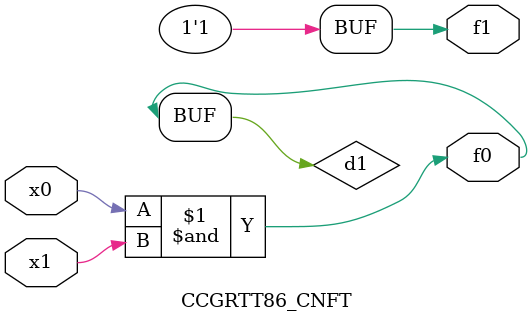
<source format=v>
module CCGRTT86_CNFT(
	input x0, x1,
	output f0, f1
);

	wire d1;

	assign f0 = d1;
	and (d1, x0, x1);
	assign f1 = 1'b1;
endmodule

</source>
